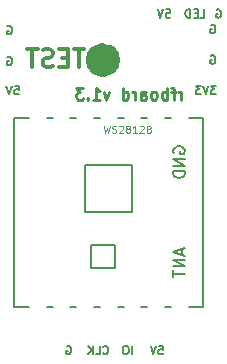
<source format=gbr>
G04 #@! TF.GenerationSoftware,KiCad,Pcbnew,5.1.2-f72e74a~84~ubuntu18.04.1*
G04 #@! TF.CreationDate,2019-05-09T21:41:37-06:00*
G04 #@! TF.ProjectId,rfboard,7266626f-6172-4642-9e6b-696361645f70,rev?*
G04 #@! TF.SameCoordinates,Original*
G04 #@! TF.FileFunction,Legend,Bot*
G04 #@! TF.FilePolarity,Positive*
%FSLAX46Y46*%
G04 Gerber Fmt 4.6, Leading zero omitted, Abs format (unit mm)*
G04 Created by KiCad (PCBNEW 5.1.2-f72e74a~84~ubuntu18.04.1) date 2019-05-09 21:41:37*
%MOMM*%
%LPD*%
G04 APERTURE LIST*
%ADD10C,0.175000*%
%ADD11C,1.500000*%
%ADD12C,0.300000*%
%ADD13C,0.250000*%
%ADD14C,0.150000*%
%ADD15C,0.203200*%
%ADD16C,0.050800*%
G04 APERTURE END LIST*
D10*
X126566666Y-136816666D02*
X126133333Y-136816666D01*
X126366666Y-137083333D01*
X126266666Y-137083333D01*
X126200000Y-137116666D01*
X126166666Y-137150000D01*
X126133333Y-137216666D01*
X126133333Y-137383333D01*
X126166666Y-137450000D01*
X126200000Y-137483333D01*
X126266666Y-137516666D01*
X126466666Y-137516666D01*
X126533333Y-137483333D01*
X126566666Y-137450000D01*
X125933333Y-136816666D02*
X125700000Y-137516666D01*
X125466666Y-136816666D01*
X125300000Y-136816666D02*
X124866666Y-136816666D01*
X125100000Y-137083333D01*
X125000000Y-137083333D01*
X124933333Y-137116666D01*
X124900000Y-137150000D01*
X124866666Y-137216666D01*
X124866666Y-137383333D01*
X124900000Y-137450000D01*
X124933333Y-137483333D01*
X125000000Y-137516666D01*
X125200000Y-137516666D01*
X125266666Y-137483333D01*
X125300000Y-137450000D01*
X109533333Y-136816666D02*
X109866666Y-136816666D01*
X109900000Y-137150000D01*
X109866666Y-137116666D01*
X109800000Y-137083333D01*
X109633333Y-137083333D01*
X109566666Y-137116666D01*
X109533333Y-137150000D01*
X109500000Y-137216666D01*
X109500000Y-137383333D01*
X109533333Y-137450000D01*
X109566666Y-137483333D01*
X109633333Y-137516666D01*
X109800000Y-137516666D01*
X109866666Y-137483333D01*
X109900000Y-137450000D01*
X109300000Y-136816666D02*
X109066666Y-137516666D01*
X108833333Y-136816666D01*
X108916666Y-134350000D02*
X108983333Y-134316666D01*
X109083333Y-134316666D01*
X109183333Y-134350000D01*
X109250000Y-134416666D01*
X109283333Y-134483333D01*
X109316666Y-134616666D01*
X109316666Y-134716666D01*
X109283333Y-134850000D01*
X109250000Y-134916666D01*
X109183333Y-134983333D01*
X109083333Y-135016666D01*
X109016666Y-135016666D01*
X108916666Y-134983333D01*
X108883333Y-134950000D01*
X108883333Y-134716666D01*
X109016666Y-134716666D01*
X108916666Y-131750000D02*
X108983333Y-131716666D01*
X109083333Y-131716666D01*
X109183333Y-131750000D01*
X109250000Y-131816666D01*
X109283333Y-131883333D01*
X109316666Y-132016666D01*
X109316666Y-132116666D01*
X109283333Y-132250000D01*
X109250000Y-132316666D01*
X109183333Y-132383333D01*
X109083333Y-132416666D01*
X109016666Y-132416666D01*
X108916666Y-132383333D01*
X108883333Y-132350000D01*
X108883333Y-132116666D01*
X109016666Y-132116666D01*
X126116666Y-134250000D02*
X126183333Y-134216666D01*
X126283333Y-134216666D01*
X126383333Y-134250000D01*
X126450000Y-134316666D01*
X126483333Y-134383333D01*
X126516666Y-134516666D01*
X126516666Y-134616666D01*
X126483333Y-134750000D01*
X126450000Y-134816666D01*
X126383333Y-134883333D01*
X126283333Y-134916666D01*
X126216666Y-134916666D01*
X126116666Y-134883333D01*
X126083333Y-134850000D01*
X126083333Y-134616666D01*
X126216666Y-134616666D01*
X126116666Y-131650000D02*
X126183333Y-131616666D01*
X126283333Y-131616666D01*
X126383333Y-131650000D01*
X126450000Y-131716666D01*
X126483333Y-131783333D01*
X126516666Y-131916666D01*
X126516666Y-132016666D01*
X126483333Y-132150000D01*
X126450000Y-132216666D01*
X126383333Y-132283333D01*
X126283333Y-132316666D01*
X126216666Y-132316666D01*
X126116666Y-132283333D01*
X126083333Y-132250000D01*
X126083333Y-132016666D01*
X126216666Y-132016666D01*
X113916666Y-158850000D02*
X113983333Y-158816666D01*
X114083333Y-158816666D01*
X114183333Y-158850000D01*
X114250000Y-158916666D01*
X114283333Y-158983333D01*
X114316666Y-159116666D01*
X114316666Y-159216666D01*
X114283333Y-159350000D01*
X114250000Y-159416666D01*
X114183333Y-159483333D01*
X114083333Y-159516666D01*
X114016666Y-159516666D01*
X113916666Y-159483333D01*
X113883333Y-159450000D01*
X113883333Y-159216666D01*
X114016666Y-159216666D01*
X117016666Y-159450000D02*
X117050000Y-159483333D01*
X117150000Y-159516666D01*
X117216666Y-159516666D01*
X117316666Y-159483333D01*
X117383333Y-159416666D01*
X117416666Y-159350000D01*
X117450000Y-159216666D01*
X117450000Y-159116666D01*
X117416666Y-158983333D01*
X117383333Y-158916666D01*
X117316666Y-158850000D01*
X117216666Y-158816666D01*
X117150000Y-158816666D01*
X117050000Y-158850000D01*
X117016666Y-158883333D01*
X116383333Y-159516666D02*
X116716666Y-159516666D01*
X116716666Y-158816666D01*
X116150000Y-159516666D02*
X116150000Y-158816666D01*
X115750000Y-159516666D02*
X116050000Y-159116666D01*
X115750000Y-158816666D02*
X116150000Y-159216666D01*
X119466666Y-159516666D02*
X119466666Y-158816666D01*
X119000000Y-158816666D02*
X118866666Y-158816666D01*
X118800000Y-158850000D01*
X118733333Y-158916666D01*
X118700000Y-159050000D01*
X118700000Y-159283333D01*
X118733333Y-159416666D01*
X118800000Y-159483333D01*
X118866666Y-159516666D01*
X119000000Y-159516666D01*
X119066666Y-159483333D01*
X119133333Y-159416666D01*
X119166666Y-159283333D01*
X119166666Y-159050000D01*
X119133333Y-158916666D01*
X119066666Y-158850000D01*
X119000000Y-158816666D01*
X121733333Y-158816666D02*
X122066666Y-158816666D01*
X122100000Y-159150000D01*
X122066666Y-159116666D01*
X122000000Y-159083333D01*
X121833333Y-159083333D01*
X121766666Y-159116666D01*
X121733333Y-159150000D01*
X121700000Y-159216666D01*
X121700000Y-159383333D01*
X121733333Y-159450000D01*
X121766666Y-159483333D01*
X121833333Y-159516666D01*
X122000000Y-159516666D01*
X122066666Y-159483333D01*
X122100000Y-159450000D01*
X121500000Y-158816666D02*
X121266666Y-159516666D01*
X121033333Y-158816666D01*
X122333333Y-130316666D02*
X122666666Y-130316666D01*
X122700000Y-130650000D01*
X122666666Y-130616666D01*
X122600000Y-130583333D01*
X122433333Y-130583333D01*
X122366666Y-130616666D01*
X122333333Y-130650000D01*
X122300000Y-130716666D01*
X122300000Y-130883333D01*
X122333333Y-130950000D01*
X122366666Y-130983333D01*
X122433333Y-131016666D01*
X122600000Y-131016666D01*
X122666666Y-130983333D01*
X122700000Y-130950000D01*
X122100000Y-130316666D02*
X121866666Y-131016666D01*
X121633333Y-130316666D01*
X125250000Y-131016666D02*
X125583333Y-131016666D01*
X125583333Y-130316666D01*
X125016666Y-130650000D02*
X124783333Y-130650000D01*
X124683333Y-131016666D02*
X125016666Y-131016666D01*
X125016666Y-130316666D01*
X124683333Y-130316666D01*
X124383333Y-131016666D02*
X124383333Y-130316666D01*
X124216666Y-130316666D01*
X124116666Y-130350000D01*
X124050000Y-130416666D01*
X124016666Y-130483333D01*
X123983333Y-130616666D01*
X123983333Y-130716666D01*
X124016666Y-130850000D01*
X124050000Y-130916666D01*
X124116666Y-130983333D01*
X124216666Y-131016666D01*
X124383333Y-131016666D01*
X126616666Y-130350000D02*
X126683333Y-130316666D01*
X126783333Y-130316666D01*
X126883333Y-130350000D01*
X126950000Y-130416666D01*
X126983333Y-130483333D01*
X127016666Y-130616666D01*
X127016666Y-130716666D01*
X126983333Y-130850000D01*
X126950000Y-130916666D01*
X126883333Y-130983333D01*
X126783333Y-131016666D01*
X126716666Y-131016666D01*
X126616666Y-130983333D01*
X126583333Y-130950000D01*
X126583333Y-130716666D01*
X126716666Y-130716666D01*
D11*
X117700000Y-134600000D02*
G75*
G03X117700000Y-134600000I-700000J0D01*
G01*
D12*
X115392857Y-133678571D02*
X114535714Y-133678571D01*
X114964285Y-135178571D02*
X114964285Y-133678571D01*
X114035714Y-134392857D02*
X113535714Y-134392857D01*
X113321428Y-135178571D02*
X114035714Y-135178571D01*
X114035714Y-133678571D01*
X113321428Y-133678571D01*
X112750000Y-135107142D02*
X112535714Y-135178571D01*
X112178571Y-135178571D01*
X112035714Y-135107142D01*
X111964285Y-135035714D01*
X111892857Y-134892857D01*
X111892857Y-134750000D01*
X111964285Y-134607142D01*
X112035714Y-134535714D01*
X112178571Y-134464285D01*
X112464285Y-134392857D01*
X112607142Y-134321428D01*
X112678571Y-134250000D01*
X112750000Y-134107142D01*
X112750000Y-133964285D01*
X112678571Y-133821428D01*
X112607142Y-133750000D01*
X112464285Y-133678571D01*
X112107142Y-133678571D01*
X111892857Y-133750000D01*
X111464285Y-133678571D02*
X110607142Y-133678571D01*
X111035714Y-135178571D02*
X111035714Y-133678571D01*
D13*
X123628571Y-137952380D02*
X123628571Y-137285714D01*
X123628571Y-137476190D02*
X123580952Y-137380952D01*
X123533333Y-137333333D01*
X123438095Y-137285714D01*
X123342857Y-137285714D01*
X123152380Y-137285714D02*
X122771428Y-137285714D01*
X123009523Y-137952380D02*
X123009523Y-137095238D01*
X122961904Y-137000000D01*
X122866666Y-136952380D01*
X122771428Y-136952380D01*
X122438095Y-137952380D02*
X122438095Y-136952380D01*
X122438095Y-137333333D02*
X122342857Y-137285714D01*
X122152380Y-137285714D01*
X122057142Y-137333333D01*
X122009523Y-137380952D01*
X121961904Y-137476190D01*
X121961904Y-137761904D01*
X122009523Y-137857142D01*
X122057142Y-137904761D01*
X122152380Y-137952380D01*
X122342857Y-137952380D01*
X122438095Y-137904761D01*
X121390476Y-137952380D02*
X121485714Y-137904761D01*
X121533333Y-137857142D01*
X121580952Y-137761904D01*
X121580952Y-137476190D01*
X121533333Y-137380952D01*
X121485714Y-137333333D01*
X121390476Y-137285714D01*
X121247619Y-137285714D01*
X121152380Y-137333333D01*
X121104761Y-137380952D01*
X121057142Y-137476190D01*
X121057142Y-137761904D01*
X121104761Y-137857142D01*
X121152380Y-137904761D01*
X121247619Y-137952380D01*
X121390476Y-137952380D01*
X120200000Y-137952380D02*
X120200000Y-137428571D01*
X120247619Y-137333333D01*
X120342857Y-137285714D01*
X120533333Y-137285714D01*
X120628571Y-137333333D01*
X120200000Y-137904761D02*
X120295238Y-137952380D01*
X120533333Y-137952380D01*
X120628571Y-137904761D01*
X120676190Y-137809523D01*
X120676190Y-137714285D01*
X120628571Y-137619047D01*
X120533333Y-137571428D01*
X120295238Y-137571428D01*
X120200000Y-137523809D01*
X119723809Y-137952380D02*
X119723809Y-137285714D01*
X119723809Y-137476190D02*
X119676190Y-137380952D01*
X119628571Y-137333333D01*
X119533333Y-137285714D01*
X119438095Y-137285714D01*
X118676190Y-137952380D02*
X118676190Y-136952380D01*
X118676190Y-137904761D02*
X118771428Y-137952380D01*
X118961904Y-137952380D01*
X119057142Y-137904761D01*
X119104761Y-137857142D01*
X119152380Y-137761904D01*
X119152380Y-137476190D01*
X119104761Y-137380952D01*
X119057142Y-137333333D01*
X118961904Y-137285714D01*
X118771428Y-137285714D01*
X118676190Y-137333333D01*
X117533333Y-137285714D02*
X117295238Y-137952380D01*
X117057142Y-137285714D01*
X116152380Y-137952380D02*
X116723809Y-137952380D01*
X116438095Y-137952380D02*
X116438095Y-136952380D01*
X116533333Y-137095238D01*
X116628571Y-137190476D01*
X116723809Y-137238095D01*
X115723809Y-137857142D02*
X115676190Y-137904761D01*
X115723809Y-137952380D01*
X115771428Y-137904761D01*
X115723809Y-137857142D01*
X115723809Y-137952380D01*
X115342857Y-136952380D02*
X114723809Y-136952380D01*
X115057142Y-137333333D01*
X114914285Y-137333333D01*
X114819047Y-137380952D01*
X114771428Y-137428571D01*
X114723809Y-137523809D01*
X114723809Y-137761904D01*
X114771428Y-137857142D01*
X114819047Y-137904761D01*
X114914285Y-137952380D01*
X115200000Y-137952380D01*
X115295238Y-137904761D01*
X115342857Y-137857142D01*
D14*
X124250520Y-155498080D02*
X125500520Y-155498080D01*
X122250520Y-155498080D02*
X122750520Y-155498080D01*
X120250520Y-155498080D02*
X120750520Y-155498080D01*
X118250520Y-155498080D02*
X118750520Y-155498080D01*
X116250520Y-155498080D02*
X116750520Y-155498080D01*
X114250520Y-155498080D02*
X114750520Y-155498080D01*
X112250520Y-155498080D02*
X112750520Y-155498080D01*
X109500520Y-155498080D02*
X110750520Y-155498080D01*
X110750520Y-139498080D02*
X109500520Y-139498080D01*
X112750520Y-139498080D02*
X112250520Y-139498080D01*
X114750520Y-139498080D02*
X114250520Y-139498080D01*
X116750520Y-139498080D02*
X116250520Y-139498080D01*
X118750520Y-139498080D02*
X118250520Y-139498080D01*
X120750520Y-139498080D02*
X120250520Y-139498080D01*
X122750520Y-139498080D02*
X122250520Y-139498080D01*
X125500520Y-139498080D02*
X124250520Y-139498080D01*
D15*
X125498980Y-155496540D02*
X125498980Y-139499620D01*
X109502060Y-139499620D02*
X109502060Y-155496540D01*
X119499500Y-147496040D02*
X115501540Y-147496040D01*
X115501540Y-147496040D02*
X115501540Y-143498080D01*
X115501540Y-143498080D02*
X119499500Y-143498080D01*
X119499500Y-143498080D02*
X119499500Y-147496040D01*
X116002680Y-152249100D02*
X117999120Y-152249100D01*
X117999120Y-150250120D02*
X117999120Y-152249100D01*
X116002680Y-150250120D02*
X117999120Y-150250120D01*
X116002680Y-150250120D02*
X116002680Y-152249100D01*
D16*
X117063274Y-140156691D02*
X117208417Y-140766291D01*
X117324531Y-140330862D01*
X117440645Y-140766291D01*
X117585788Y-140156691D01*
X117788988Y-140737262D02*
X117876074Y-140766291D01*
X118021217Y-140766291D01*
X118079274Y-140737262D01*
X118108302Y-140708234D01*
X118137331Y-140650177D01*
X118137331Y-140592120D01*
X118108302Y-140534062D01*
X118079274Y-140505034D01*
X118021217Y-140476005D01*
X117905102Y-140446977D01*
X117847045Y-140417948D01*
X117818017Y-140388920D01*
X117788988Y-140330862D01*
X117788988Y-140272805D01*
X117818017Y-140214748D01*
X117847045Y-140185720D01*
X117905102Y-140156691D01*
X118050245Y-140156691D01*
X118137331Y-140185720D01*
X118369560Y-140214748D02*
X118398588Y-140185720D01*
X118456645Y-140156691D01*
X118601788Y-140156691D01*
X118659845Y-140185720D01*
X118688874Y-140214748D01*
X118717902Y-140272805D01*
X118717902Y-140330862D01*
X118688874Y-140417948D01*
X118340531Y-140766291D01*
X118717902Y-140766291D01*
X119066245Y-140417948D02*
X119008188Y-140388920D01*
X118979160Y-140359891D01*
X118950131Y-140301834D01*
X118950131Y-140272805D01*
X118979160Y-140214748D01*
X119008188Y-140185720D01*
X119066245Y-140156691D01*
X119182360Y-140156691D01*
X119240417Y-140185720D01*
X119269445Y-140214748D01*
X119298474Y-140272805D01*
X119298474Y-140301834D01*
X119269445Y-140359891D01*
X119240417Y-140388920D01*
X119182360Y-140417948D01*
X119066245Y-140417948D01*
X119008188Y-140446977D01*
X118979160Y-140476005D01*
X118950131Y-140534062D01*
X118950131Y-140650177D01*
X118979160Y-140708234D01*
X119008188Y-140737262D01*
X119066245Y-140766291D01*
X119182360Y-140766291D01*
X119240417Y-140737262D01*
X119269445Y-140708234D01*
X119298474Y-140650177D01*
X119298474Y-140534062D01*
X119269445Y-140476005D01*
X119240417Y-140446977D01*
X119182360Y-140417948D01*
X119879045Y-140766291D02*
X119530702Y-140766291D01*
X119704874Y-140766291D02*
X119704874Y-140156691D01*
X119646817Y-140243777D01*
X119588760Y-140301834D01*
X119530702Y-140330862D01*
X120111274Y-140214748D02*
X120140302Y-140185720D01*
X120198360Y-140156691D01*
X120343502Y-140156691D01*
X120401560Y-140185720D01*
X120430588Y-140214748D01*
X120459617Y-140272805D01*
X120459617Y-140330862D01*
X120430588Y-140417948D01*
X120082245Y-140766291D01*
X120459617Y-140766291D01*
X120924074Y-140446977D02*
X121011160Y-140476005D01*
X121040188Y-140505034D01*
X121069217Y-140563091D01*
X121069217Y-140650177D01*
X121040188Y-140708234D01*
X121011160Y-140737262D01*
X120953102Y-140766291D01*
X120720874Y-140766291D01*
X120720874Y-140156691D01*
X120924074Y-140156691D01*
X120982131Y-140185720D01*
X121011160Y-140214748D01*
X121040188Y-140272805D01*
X121040188Y-140330862D01*
X121011160Y-140388920D01*
X120982131Y-140417948D01*
X120924074Y-140446977D01*
X120720874Y-140446977D01*
D14*
X123667186Y-150605222D02*
X123667186Y-151081413D01*
X123952900Y-150509984D02*
X122952900Y-150843318D01*
X123952900Y-151176651D01*
X123952900Y-151509984D02*
X122952900Y-151509984D01*
X123952900Y-152081413D01*
X122952900Y-152081413D01*
X122952900Y-152414746D02*
X122952900Y-152986175D01*
X123952900Y-152700460D02*
X122952900Y-152700460D01*
X123000520Y-142486175D02*
X122952900Y-142390937D01*
X122952900Y-142248080D01*
X123000520Y-142105222D01*
X123095758Y-142009984D01*
X123190996Y-141962365D01*
X123381472Y-141914746D01*
X123524329Y-141914746D01*
X123714805Y-141962365D01*
X123810043Y-142009984D01*
X123905281Y-142105222D01*
X123952900Y-142248080D01*
X123952900Y-142343318D01*
X123905281Y-142486175D01*
X123857662Y-142533794D01*
X123524329Y-142533794D01*
X123524329Y-142343318D01*
X123952900Y-142962365D02*
X122952900Y-142962365D01*
X123952900Y-143533794D01*
X122952900Y-143533794D01*
X123952900Y-144009984D02*
X122952900Y-144009984D01*
X122952900Y-144248080D01*
X123000520Y-144390937D01*
X123095758Y-144486175D01*
X123190996Y-144533794D01*
X123381472Y-144581413D01*
X123524329Y-144581413D01*
X123714805Y-144533794D01*
X123810043Y-144486175D01*
X123905281Y-144390937D01*
X123952900Y-144248080D01*
X123952900Y-144009984D01*
M02*

</source>
